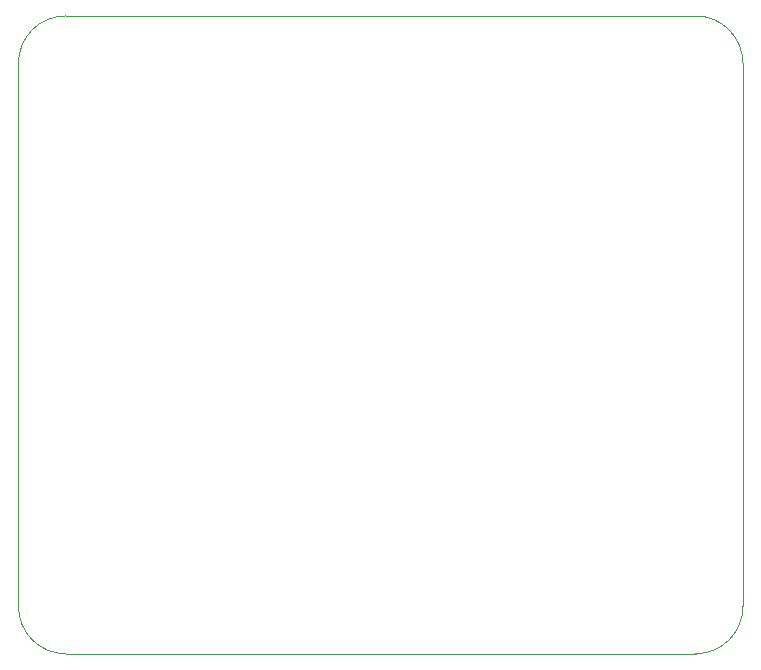
<source format=gbr>
%TF.GenerationSoftware,KiCad,Pcbnew,(5.1.6)-1*%
%TF.CreationDate,2020-06-17T13:37:55+01:00*%
%TF.ProjectId,Arduino_Nano_shield,41726475-696e-46f5-9f4e-616e6f5f7368,rev?*%
%TF.SameCoordinates,Original*%
%TF.FileFunction,Profile,NP*%
%FSLAX46Y46*%
G04 Gerber Fmt 4.6, Leading zero omitted, Abs format (unit mm)*
G04 Created by KiCad (PCBNEW (5.1.6)-1) date 2020-06-17 13:37:55*
%MOMM*%
%LPD*%
G01*
G04 APERTURE LIST*
%TA.AperFunction,Profile*%
%ADD10C,0.050000*%
%TD*%
G04 APERTURE END LIST*
D10*
X92520000Y-47260000D02*
X92520000Y-93260000D01*
X149860000Y-43260000D02*
X96520000Y-43260000D01*
X153860000Y-93260000D02*
X153860000Y-47260000D01*
X96520000Y-97260000D02*
X149860000Y-97260000D01*
X96520000Y-97260000D02*
G75*
G02*
X92520000Y-93260000I0J4000000D01*
G01*
X92520000Y-47260000D02*
G75*
G02*
X96520000Y-43260000I4000000J0D01*
G01*
X149860000Y-43260000D02*
G75*
G02*
X153860000Y-47260000I0J-4000000D01*
G01*
X153860000Y-93260000D02*
G75*
G02*
X149860000Y-97260000I-4000000J0D01*
G01*
M02*

</source>
